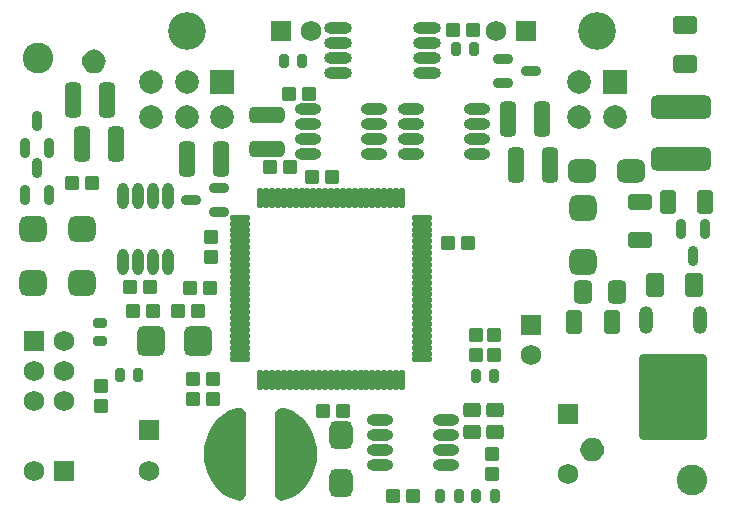
<source format=gts>
G04 Layer_Color=8388736*
%FSLAX24Y24*%
%MOIN*%
G70*
G01*
G75*
%ADD64O,0.0671X0.0361*%
G04:AMPARAMS|DCode=65|XSize=49mil|YSize=44mil|CornerRadius=5.8mil|HoleSize=0mil|Usage=FLASHONLY|Rotation=0.000|XOffset=0mil|YOffset=0mil|HoleType=Round|Shape=RoundedRectangle|*
%AMROUNDEDRECTD65*
21,1,0.0490,0.0324,0,0,0.0*
21,1,0.0374,0.0440,0,0,0.0*
1,1,0.0116,0.0187,-0.0162*
1,1,0.0116,-0.0187,-0.0162*
1,1,0.0116,-0.0187,0.0162*
1,1,0.0116,0.0187,0.0162*
%
%ADD65ROUNDEDRECTD65*%
G04:AMPARAMS|DCode=66|XSize=49mil|YSize=44mil|CornerRadius=5.8mil|HoleSize=0mil|Usage=FLASHONLY|Rotation=90.000|XOffset=0mil|YOffset=0mil|HoleType=Round|Shape=RoundedRectangle|*
%AMROUNDEDRECTD66*
21,1,0.0490,0.0324,0,0,90.0*
21,1,0.0374,0.0440,0,0,90.0*
1,1,0.0116,0.0162,0.0187*
1,1,0.0116,0.0162,-0.0187*
1,1,0.0116,-0.0162,-0.0187*
1,1,0.0116,-0.0162,0.0187*
%
%ADD66ROUNDEDRECTD66*%
G04:AMPARAMS|DCode=67|XSize=55.2mil|YSize=82.8mil|CornerRadius=15.8mil|HoleSize=0mil|Usage=FLASHONLY|Rotation=180.000|XOffset=0mil|YOffset=0mil|HoleType=Round|Shape=RoundedRectangle|*
%AMROUNDEDRECTD67*
21,1,0.0552,0.0512,0,0,180.0*
21,1,0.0236,0.0828,0,0,180.0*
1,1,0.0316,-0.0118,0.0256*
1,1,0.0316,0.0118,0.0256*
1,1,0.0316,0.0118,-0.0256*
1,1,0.0316,-0.0118,-0.0256*
%
%ADD67ROUNDEDRECTD67*%
G04:AMPARAMS|DCode=68|XSize=63.1mil|YSize=49.3mil|CornerRadius=14.3mil|HoleSize=0mil|Usage=FLASHONLY|Rotation=0.000|XOffset=0mil|YOffset=0mil|HoleType=Round|Shape=RoundedRectangle|*
%AMROUNDEDRECTD68*
21,1,0.0631,0.0207,0,0,0.0*
21,1,0.0344,0.0493,0,0,0.0*
1,1,0.0287,0.0172,-0.0103*
1,1,0.0287,-0.0172,-0.0103*
1,1,0.0287,-0.0172,0.0103*
1,1,0.0287,0.0172,0.0103*
%
%ADD68ROUNDEDRECTD68*%
G04:AMPARAMS|DCode=69|XSize=36mil|YSize=43.8mil|CornerRadius=6.8mil|HoleSize=0mil|Usage=FLASHONLY|Rotation=180.000|XOffset=0mil|YOffset=0mil|HoleType=Round|Shape=RoundedRectangle|*
%AMROUNDEDRECTD69*
21,1,0.0360,0.0302,0,0,180.0*
21,1,0.0224,0.0438,0,0,180.0*
1,1,0.0136,-0.0112,0.0151*
1,1,0.0136,0.0112,0.0151*
1,1,0.0136,0.0112,-0.0151*
1,1,0.0136,-0.0112,-0.0151*
%
%ADD69ROUNDEDRECTD69*%
G04:AMPARAMS|DCode=70|XSize=202.9mil|YSize=78.9mil|CornerRadius=21.7mil|HoleSize=0mil|Usage=FLASHONLY|Rotation=0.000|XOffset=0mil|YOffset=0mil|HoleType=Round|Shape=RoundedRectangle|*
%AMROUNDEDRECTD70*
21,1,0.2029,0.0354,0,0,0.0*
21,1,0.1594,0.0789,0,0,0.0*
1,1,0.0434,0.0797,-0.0177*
1,1,0.0434,-0.0797,-0.0177*
1,1,0.0434,-0.0797,0.0177*
1,1,0.0434,0.0797,0.0177*
%
%ADD70ROUNDEDRECTD70*%
G04:AMPARAMS|DCode=71|XSize=94.6mil|YSize=76.9mil|CornerRadius=21.2mil|HoleSize=0mil|Usage=FLASHONLY|Rotation=180.000|XOffset=0mil|YOffset=0mil|HoleType=Round|Shape=RoundedRectangle|*
%AMROUNDEDRECTD71*
21,1,0.0946,0.0344,0,0,180.0*
21,1,0.0522,0.0769,0,0,180.0*
1,1,0.0424,-0.0261,0.0172*
1,1,0.0424,0.0261,0.0172*
1,1,0.0424,0.0261,-0.0172*
1,1,0.0424,-0.0261,-0.0172*
%
%ADD71ROUNDEDRECTD71*%
G04:AMPARAMS|DCode=72|XSize=287.5mil|YSize=226.5mil|CornerRadius=14.9mil|HoleSize=0mil|Usage=FLASHONLY|Rotation=270.000|XOffset=0mil|YOffset=0mil|HoleType=Round|Shape=RoundedRectangle|*
%AMROUNDEDRECTD72*
21,1,0.2875,0.1967,0,0,270.0*
21,1,0.2577,0.2265,0,0,270.0*
1,1,0.0299,-0.0983,-0.1288*
1,1,0.0299,-0.0983,0.1288*
1,1,0.0299,0.0983,0.1288*
1,1,0.0299,0.0983,-0.1288*
%
%ADD72ROUNDEDRECTD72*%
%ADD73O,0.0474X0.0926*%
G04:AMPARAMS|DCode=74|XSize=59.2mil|YSize=80mil|CornerRadius=6.6mil|HoleSize=0mil|Usage=FLASHONLY|Rotation=180.000|XOffset=0mil|YOffset=0mil|HoleType=Round|Shape=RoundedRectangle|*
%AMROUNDEDRECTD74*
21,1,0.0592,0.0669,0,0,180.0*
21,1,0.0461,0.0800,0,0,180.0*
1,1,0.0131,-0.0230,0.0335*
1,1,0.0131,0.0230,0.0335*
1,1,0.0131,0.0230,-0.0335*
1,1,0.0131,-0.0230,-0.0335*
%
%ADD74ROUNDEDRECTD74*%
%ADD75O,0.0361X0.0671*%
G04:AMPARAMS|DCode=76|XSize=55.2mil|YSize=82.8mil|CornerRadius=15.8mil|HoleSize=0mil|Usage=FLASHONLY|Rotation=270.000|XOffset=0mil|YOffset=0mil|HoleType=Round|Shape=RoundedRectangle|*
%AMROUNDEDRECTD76*
21,1,0.0552,0.0512,0,0,270.0*
21,1,0.0236,0.0828,0,0,270.0*
1,1,0.0316,-0.0256,-0.0118*
1,1,0.0316,-0.0256,0.0118*
1,1,0.0316,0.0256,0.0118*
1,1,0.0316,0.0256,-0.0118*
%
%ADD76ROUNDEDRECTD76*%
G04:AMPARAMS|DCode=77|XSize=90.7mil|YSize=86.7mil|CornerRadius=23.7mil|HoleSize=0mil|Usage=FLASHONLY|Rotation=180.000|XOffset=0mil|YOffset=0mil|HoleType=Round|Shape=RoundedRectangle|*
%AMROUNDEDRECTD77*
21,1,0.0907,0.0394,0,0,180.0*
21,1,0.0433,0.0867,0,0,180.0*
1,1,0.0474,-0.0217,0.0197*
1,1,0.0474,0.0217,0.0197*
1,1,0.0474,0.0217,-0.0197*
1,1,0.0474,-0.0217,-0.0197*
%
%ADD77ROUNDEDRECTD77*%
G04:AMPARAMS|DCode=78|XSize=63.1mil|YSize=78.9mil|CornerRadius=17.8mil|HoleSize=0mil|Usage=FLASHONLY|Rotation=0.000|XOffset=0mil|YOffset=0mil|HoleType=Round|Shape=RoundedRectangle|*
%AMROUNDEDRECTD78*
21,1,0.0631,0.0433,0,0,0.0*
21,1,0.0276,0.0789,0,0,0.0*
1,1,0.0356,0.0138,-0.0217*
1,1,0.0356,-0.0138,-0.0217*
1,1,0.0356,-0.0138,0.0217*
1,1,0.0356,0.0138,0.0217*
%
%ADD78ROUNDEDRECTD78*%
G04:AMPARAMS|DCode=79|XSize=118.2mil|YSize=55.2mil|CornerRadius=15.8mil|HoleSize=0mil|Usage=FLASHONLY|Rotation=90.000|XOffset=0mil|YOffset=0mil|HoleType=Round|Shape=RoundedRectangle|*
%AMROUNDEDRECTD79*
21,1,0.1182,0.0236,0,0,90.0*
21,1,0.0866,0.0552,0,0,90.0*
1,1,0.0316,0.0118,0.0433*
1,1,0.0316,0.0118,-0.0433*
1,1,0.0316,-0.0118,-0.0433*
1,1,0.0316,-0.0118,0.0433*
%
%ADD79ROUNDEDRECTD79*%
G04:AMPARAMS|DCode=80|XSize=59.2mil|YSize=80mil|CornerRadius=6.6mil|HoleSize=0mil|Usage=FLASHONLY|Rotation=270.000|XOffset=0mil|YOffset=0mil|HoleType=Round|Shape=RoundedRectangle|*
%AMROUNDEDRECTD80*
21,1,0.0592,0.0669,0,0,270.0*
21,1,0.0461,0.0800,0,0,270.0*
1,1,0.0131,-0.0335,-0.0230*
1,1,0.0131,-0.0335,0.0230*
1,1,0.0131,0.0335,0.0230*
1,1,0.0131,0.0335,-0.0230*
%
%ADD80ROUNDEDRECTD80*%
%ADD81O,0.0880X0.0375*%
%ADD82O,0.0375X0.0880*%
%ADD83O,0.0930X0.0375*%
G04:AMPARAMS|DCode=84|XSize=36mil|YSize=43.8mil|CornerRadius=6.8mil|HoleSize=0mil|Usage=FLASHONLY|Rotation=270.000|XOffset=0mil|YOffset=0mil|HoleType=Round|Shape=RoundedRectangle|*
%AMROUNDEDRECTD84*
21,1,0.0360,0.0302,0,0,270.0*
21,1,0.0224,0.0438,0,0,270.0*
1,1,0.0136,-0.0151,-0.0112*
1,1,0.0136,-0.0151,0.0112*
1,1,0.0136,0.0151,0.0112*
1,1,0.0136,0.0151,-0.0112*
%
%ADD84ROUNDEDRECTD84*%
G04:AMPARAMS|DCode=85|XSize=118.2mil|YSize=55.2mil|CornerRadius=15.8mil|HoleSize=0mil|Usage=FLASHONLY|Rotation=180.000|XOffset=0mil|YOffset=0mil|HoleType=Round|Shape=RoundedRectangle|*
%AMROUNDEDRECTD85*
21,1,0.1182,0.0236,0,0,180.0*
21,1,0.0866,0.0552,0,0,180.0*
1,1,0.0316,-0.0433,0.0118*
1,1,0.0316,0.0433,0.0118*
1,1,0.0316,0.0433,-0.0118*
1,1,0.0316,-0.0433,-0.0118*
%
%ADD85ROUNDEDRECTD85*%
G04:AMPARAMS|DCode=86|XSize=98.6mil|YSize=90.7mil|CornerRadius=16.4mil|HoleSize=0mil|Usage=FLASHONLY|Rotation=270.000|XOffset=0mil|YOffset=0mil|HoleType=Round|Shape=RoundedRectangle|*
%AMROUNDEDRECTD86*
21,1,0.0986,0.0579,0,0,270.0*
21,1,0.0657,0.0907,0,0,270.0*
1,1,0.0328,-0.0289,-0.0329*
1,1,0.0328,-0.0289,0.0329*
1,1,0.0328,0.0289,0.0329*
1,1,0.0328,0.0289,-0.0329*
%
%ADD86ROUNDEDRECTD86*%
G04:AMPARAMS|DCode=87|XSize=94.6mil|YSize=76.9mil|CornerRadius=21.2mil|HoleSize=0mil|Usage=FLASHONLY|Rotation=90.000|XOffset=0mil|YOffset=0mil|HoleType=Round|Shape=RoundedRectangle|*
%AMROUNDEDRECTD87*
21,1,0.0946,0.0344,0,0,90.0*
21,1,0.0522,0.0769,0,0,90.0*
1,1,0.0424,0.0172,0.0261*
1,1,0.0424,0.0172,-0.0261*
1,1,0.0424,-0.0172,-0.0261*
1,1,0.0424,-0.0172,0.0261*
%
%ADD87ROUNDEDRECTD87*%
%ADD88O,0.0198X0.0710*%
%ADD89O,0.0710X0.0198*%
%ADD90C,0.1025*%
%ADD91C,0.0789*%
%ADD92R,0.0789X0.0789*%
%ADD93C,0.1261*%
%ADD94R,0.0789X0.0789*%
%ADD95C,0.0680*%
%ADD96R,0.0680X0.0680*%
%ADD97R,0.0680X0.0680*%
G36*
X27821Y33522D02*
X27829Y33524D01*
X27900Y33505D01*
X27907Y33500D01*
X27915Y33498D01*
X27974Y33454D01*
X27978Y33447D01*
X27985Y33443D01*
X28024Y33380D01*
X28026Y33372D01*
X28030Y33365D01*
X28044Y33293D01*
X28043Y33289D01*
X28044Y33285D01*
Y30679D01*
X28043Y30676D01*
X28044Y30671D01*
X28030Y30597D01*
X28025Y30590D01*
X28024Y30582D01*
X27983Y30518D01*
X27977Y30513D01*
X27972Y30506D01*
X27911Y30462D01*
X27903Y30460D01*
X27897Y30455D01*
X27824Y30435D01*
X27816Y30436D01*
X27808Y30434D01*
X27733Y30443D01*
X27729Y30445D01*
X27725Y30445D01*
X27595Y30485D01*
X27594Y30486D01*
X27592Y30486D01*
X27441Y30547D01*
X27439Y30549D01*
X27435Y30550D01*
X27295Y30633D01*
X27293Y30636D01*
X27290Y30637D01*
X27165Y30741D01*
X27164Y30742D01*
X27162Y30743D01*
X27158Y30748D01*
X27157Y30749D01*
X27156Y30750D01*
X27007Y30915D01*
X27006Y30918D01*
X27003Y30920D01*
X26878Y31104D01*
X26877Y31107D01*
X26875Y31109D01*
X26774Y31308D01*
X26774Y31311D01*
X26772Y31313D01*
X26699Y31524D01*
X26700Y31527D01*
X26698Y31529D01*
X26654Y31747D01*
X26654Y31750D01*
X26653Y31753D01*
X26638Y31975D01*
X26639Y31978D01*
X26638Y31981D01*
X26653Y32204D01*
X26654Y32206D01*
X26654Y32209D01*
X26698Y32428D01*
X26700Y32430D01*
X26699Y32433D01*
X26772Y32644D01*
X26774Y32646D01*
X26774Y32649D01*
X26875Y32848D01*
X26877Y32850D01*
X26878Y32853D01*
X27003Y33037D01*
X27006Y33039D01*
X27007Y33042D01*
X27156Y33207D01*
X27157Y33208D01*
X27158Y33209D01*
X27160Y33211D01*
X27162Y33212D01*
X27163Y33214D01*
X27289Y33319D01*
X27293Y33320D01*
X27295Y33323D01*
X27436Y33407D01*
X27440Y33408D01*
X27442Y33410D01*
X27595Y33471D01*
X27597Y33471D01*
X27598Y33473D01*
X27732Y33514D01*
X27737Y33514D01*
X27740Y33516D01*
X27813Y33525D01*
X27821Y33522D01*
D02*
G37*
G36*
X39680Y32519D02*
X39775Y32480D01*
X39858Y32417D01*
X39921Y32334D01*
X39960Y32239D01*
X39974Y32136D01*
X39960Y32033D01*
X39921Y31937D01*
X39858Y31855D01*
X39775Y31792D01*
X39680Y31752D01*
X39577Y31739D01*
X39474Y31752D01*
X39378Y31792D01*
X39296Y31855D01*
X39233Y31937D01*
X39193Y32033D01*
X39180Y32136D01*
X39193Y32239D01*
X39233Y32334D01*
X39296Y32417D01*
X39378Y32480D01*
X39474Y32519D01*
X39577Y32533D01*
X39680Y32519D01*
D02*
G37*
G36*
X23075Y45462D02*
X23171Y45423D01*
X23253Y45360D01*
X23316Y45277D01*
X23356Y45182D01*
X23370Y45079D01*
X23356Y44976D01*
X23316Y44880D01*
X23253Y44798D01*
X23171Y44735D01*
X23075Y44695D01*
X22972Y44682D01*
X22870Y44695D01*
X22774Y44735D01*
X22692Y44798D01*
X22629Y44880D01*
X22589Y44976D01*
X22575Y45079D01*
X22589Y45182D01*
X22629Y45277D01*
X22692Y45360D01*
X22774Y45423D01*
X22870Y45462D01*
X22972Y45476D01*
X23075Y45462D01*
D02*
G37*
G36*
X29315Y33514D02*
X29318Y33512D01*
X29322Y33512D01*
X29452Y33472D01*
X29453Y33470D01*
X29455Y33470D01*
X29606Y33410D01*
X29609Y33407D01*
X29612Y33407D01*
X29752Y33324D01*
X29754Y33321D01*
X29757Y33320D01*
X29882Y33216D01*
X29883Y33214D01*
X29885Y33214D01*
X29889Y33209D01*
X29890Y33208D01*
X29891Y33207D01*
X30040Y33041D01*
X30041Y33039D01*
X30044Y33037D01*
X30170Y32853D01*
X30170Y32850D01*
X30173Y32848D01*
X30273Y32649D01*
X30273Y32646D01*
X30275Y32644D01*
X30348Y32433D01*
X30348Y32430D01*
X30349Y32428D01*
X30394Y32209D01*
X30393Y32206D01*
X30394Y32204D01*
X30409Y31981D01*
X30408Y31978D01*
X30409Y31975D01*
X30394Y31753D01*
X30393Y31750D01*
X30394Y31747D01*
X30349Y31529D01*
X30348Y31527D01*
X30348Y31524D01*
X30275Y31313D01*
X30273Y31311D01*
X30273Y31308D01*
X30173Y31109D01*
X30170Y31107D01*
X30170Y31104D01*
X30044Y30920D01*
X30041Y30918D01*
X30040Y30915D01*
X29891Y30750D01*
X29890Y30749D01*
X29889Y30747D01*
X29887Y30745D01*
X29885Y30745D01*
X29885Y30743D01*
X29758Y30638D01*
X29755Y30637D01*
X29752Y30634D01*
X29611Y30550D01*
X29608Y30549D01*
X29605Y30547D01*
X29452Y30485D01*
X29450Y30485D01*
X29449Y30484D01*
X29315Y30442D01*
X29311Y30443D01*
X29307Y30441D01*
X29234Y30432D01*
X29226Y30434D01*
X29218Y30433D01*
X29147Y30452D01*
X29140Y30457D01*
X29132Y30459D01*
X29073Y30502D01*
X29069Y30509D01*
X29062Y30514D01*
X29023Y30576D01*
X29022Y30584D01*
X29017Y30591D01*
X29004Y30663D01*
X29004Y30668D01*
X29003Y30672D01*
Y33277D01*
X29004Y33281D01*
X29004Y33285D01*
X29018Y33360D01*
X29022Y33366D01*
X29024Y33375D01*
X29064Y33439D01*
X29071Y33443D01*
X29075Y33450D01*
X29136Y33495D01*
X29144Y33497D01*
X29150Y33502D01*
X29223Y33521D01*
X29232Y33520D01*
X29239Y33523D01*
X29315Y33514D01*
D02*
G37*
D64*
X27131Y40069D02*
D03*
Y40869D02*
D03*
X26221Y40469D02*
D03*
X36619Y45148D02*
D03*
Y44348D02*
D03*
X37529Y44748D02*
D03*
D65*
X26161Y37510D02*
D03*
X26831D02*
D03*
X35433Y39016D02*
D03*
X34763D02*
D03*
X35601Y46122D02*
D03*
X34931D02*
D03*
X24853Y37549D02*
D03*
X24183D02*
D03*
X32933Y30591D02*
D03*
X33603D02*
D03*
X22904Y41014D02*
D03*
X22234D02*
D03*
X29468Y43976D02*
D03*
X30138D02*
D03*
X25787Y36752D02*
D03*
X26457D02*
D03*
X24941D02*
D03*
X24271D02*
D03*
X30610Y33425D02*
D03*
X31280D02*
D03*
X30236Y41220D02*
D03*
X30906D02*
D03*
X29508Y41555D02*
D03*
X28838D02*
D03*
D66*
X26939Y33828D02*
D03*
Y34498D02*
D03*
X36250Y31998D02*
D03*
Y31328D02*
D03*
X35699Y35945D02*
D03*
Y35275D02*
D03*
X26260Y33828D02*
D03*
Y34498D02*
D03*
X23199Y34242D02*
D03*
Y33572D02*
D03*
X36309Y35945D02*
D03*
Y35275D02*
D03*
X26890Y39223D02*
D03*
Y38553D02*
D03*
D67*
X38976Y36388D02*
D03*
X40236D02*
D03*
X42096Y40384D02*
D03*
X43356D02*
D03*
D68*
X36339Y32717D02*
D03*
Y33465D02*
D03*
X35581Y32717D02*
D03*
Y33465D02*
D03*
D69*
X34518Y30591D02*
D03*
X35128D02*
D03*
X35719D02*
D03*
X36329D02*
D03*
X29901Y45079D02*
D03*
X29291D02*
D03*
X35649Y45502D02*
D03*
X35039D02*
D03*
X24439Y34606D02*
D03*
X23829D02*
D03*
X35699Y34596D02*
D03*
X36309D02*
D03*
D70*
X42539Y41831D02*
D03*
Y43563D02*
D03*
D71*
X39252Y41427D02*
D03*
X40866D02*
D03*
D72*
X42274Y33888D02*
D03*
D73*
X43171Y36447D02*
D03*
X41376D02*
D03*
D74*
X42963Y37618D02*
D03*
X41663D02*
D03*
D75*
X43356Y39493D02*
D03*
X42556D02*
D03*
X42956Y38583D02*
D03*
X21489Y42180D02*
D03*
X20689D02*
D03*
X21089Y43090D02*
D03*
X21489Y40615D02*
D03*
X20689D02*
D03*
X21089Y41525D02*
D03*
D76*
X41161Y39124D02*
D03*
Y40384D02*
D03*
D77*
X39262Y40197D02*
D03*
Y38386D02*
D03*
X20925Y37677D02*
D03*
Y39488D02*
D03*
X22559D02*
D03*
Y37677D02*
D03*
D78*
X40404Y37392D02*
D03*
X39262D02*
D03*
D79*
X38169Y41634D02*
D03*
X37028D02*
D03*
X37913Y43150D02*
D03*
X36772D02*
D03*
X23415Y43789D02*
D03*
X22274D02*
D03*
X23720Y42313D02*
D03*
X22579D02*
D03*
X26063Y41821D02*
D03*
X27205D02*
D03*
D80*
X42667Y46270D02*
D03*
Y44970D02*
D03*
D81*
X30123Y42978D02*
D03*
X32323D02*
D03*
X30123Y43478D02*
D03*
X32323D02*
D03*
X30123Y41978D02*
D03*
Y42478D02*
D03*
X32323D02*
D03*
Y41978D02*
D03*
X35743Y42494D02*
D03*
X33543D02*
D03*
X35743Y41994D02*
D03*
X33543D02*
D03*
X35743Y43494D02*
D03*
Y42994D02*
D03*
X33543D02*
D03*
Y43494D02*
D03*
X34700Y32130D02*
D03*
X32500D02*
D03*
X34700Y31630D02*
D03*
X32500D02*
D03*
X34700Y33130D02*
D03*
Y32630D02*
D03*
X32500D02*
D03*
Y33130D02*
D03*
D82*
X24937Y40586D02*
D03*
Y38386D02*
D03*
X25437Y40586D02*
D03*
Y38386D02*
D03*
X23937Y40586D02*
D03*
X24437D02*
D03*
Y38386D02*
D03*
X23937D02*
D03*
D83*
X34062Y45201D02*
D03*
X31112D02*
D03*
X34062Y46201D02*
D03*
Y45701D02*
D03*
Y44701D02*
D03*
X31112Y46201D02*
D03*
Y45701D02*
D03*
Y44701D02*
D03*
D84*
X23159Y35738D02*
D03*
Y36348D02*
D03*
D85*
X28730Y43297D02*
D03*
Y42156D02*
D03*
D86*
X26447Y35748D02*
D03*
X24872D02*
D03*
D87*
X31191Y32628D02*
D03*
Y31014D02*
D03*
D88*
X28514Y34469D02*
D03*
X28711D02*
D03*
X28907D02*
D03*
X29104D02*
D03*
X29301D02*
D03*
X29498D02*
D03*
X29695D02*
D03*
X29892D02*
D03*
X30089D02*
D03*
X30285D02*
D03*
X30482D02*
D03*
X30679D02*
D03*
Y40532D02*
D03*
X30482D02*
D03*
X30285D02*
D03*
X30089D02*
D03*
X29892D02*
D03*
X29695D02*
D03*
X29498D02*
D03*
X29301D02*
D03*
X29104D02*
D03*
X28907D02*
D03*
X28711D02*
D03*
X28514D02*
D03*
X31073Y34469D02*
D03*
X31270D02*
D03*
X31467D02*
D03*
X31663D02*
D03*
X31860D02*
D03*
X32057D02*
D03*
X32254D02*
D03*
X32451D02*
D03*
X32648D02*
D03*
X32844D02*
D03*
X33041D02*
D03*
X33238D02*
D03*
Y40532D02*
D03*
X33041D02*
D03*
X32844D02*
D03*
X32648D02*
D03*
X32451D02*
D03*
X32254D02*
D03*
X32057D02*
D03*
X31860D02*
D03*
X31663D02*
D03*
X31467D02*
D03*
X31270D02*
D03*
X31073D02*
D03*
X30876Y34469D02*
D03*
Y40532D02*
D03*
D89*
X27844Y37303D02*
D03*
Y37106D02*
D03*
Y36909D02*
D03*
Y36713D02*
D03*
Y36516D02*
D03*
Y36319D02*
D03*
Y36122D02*
D03*
Y35925D02*
D03*
Y35728D02*
D03*
Y35531D02*
D03*
Y35335D02*
D03*
Y35138D02*
D03*
Y39862D02*
D03*
Y39665D02*
D03*
Y39469D02*
D03*
Y39272D02*
D03*
Y39075D02*
D03*
Y38878D02*
D03*
Y38681D02*
D03*
Y38484D02*
D03*
Y38287D02*
D03*
Y38091D02*
D03*
Y37894D02*
D03*
Y37697D02*
D03*
X33907Y35138D02*
D03*
Y35335D02*
D03*
Y35531D02*
D03*
Y35728D02*
D03*
Y35925D02*
D03*
Y36122D02*
D03*
Y36319D02*
D03*
Y36516D02*
D03*
Y36713D02*
D03*
Y36909D02*
D03*
Y37106D02*
D03*
Y37303D02*
D03*
Y37697D02*
D03*
Y37894D02*
D03*
Y38091D02*
D03*
Y38287D02*
D03*
Y38484D02*
D03*
Y38681D02*
D03*
Y38878D02*
D03*
Y39075D02*
D03*
Y39272D02*
D03*
Y39469D02*
D03*
Y39665D02*
D03*
Y39862D02*
D03*
X27844Y37500D02*
D03*
X33907D02*
D03*
D90*
X42901Y31109D02*
D03*
X21112Y45197D02*
D03*
D91*
X39144Y44390D02*
D03*
Y43209D02*
D03*
X40325D02*
D03*
X26063D02*
D03*
X24882D02*
D03*
X26063Y44390D02*
D03*
X24882D02*
D03*
X27244Y43209D02*
D03*
D92*
X40325Y44390D02*
D03*
D93*
X39734Y46091D02*
D03*
X26063D02*
D03*
D94*
X27244Y44390D02*
D03*
D95*
X24813Y31417D02*
D03*
X36372Y46083D02*
D03*
X30222D02*
D03*
X38770Y31317D02*
D03*
X20984Y34758D02*
D03*
X21984Y35758D02*
D03*
Y34758D02*
D03*
X20984Y33758D02*
D03*
X21984D02*
D03*
X37549Y35280D02*
D03*
X20978Y31427D02*
D03*
D96*
X24813Y32795D02*
D03*
X38770Y33317D02*
D03*
X20984Y35758D02*
D03*
X37549Y36280D02*
D03*
D97*
X37372Y46083D02*
D03*
X29222D02*
D03*
X21978Y31427D02*
D03*
M02*

</source>
